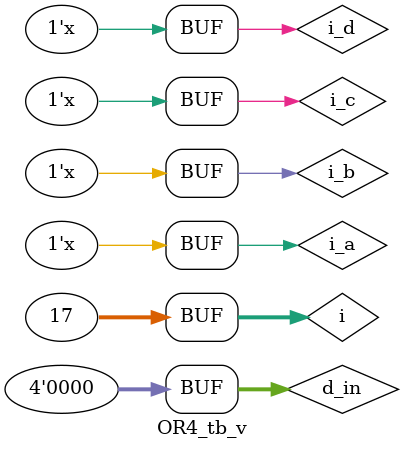
<source format=v>


`timescale 1ms/1ms

module OR4_tb_v;
  wire o_f;
  reg i_a, i_b, i_c, i_d;
  reg [1:4] d_in = 4'b0000;
  integer i;
  
  // duv options: 
  OR4_v__equation   duv (.i_a(i_a), .i_b(i_b), .i_c(i_c), .i_d(i_d), .o_f(o_f)); // port map
  // OR4_v__behavior   duv (.i_a(i_a), .i_b(i_b), .i_c(i_c), .i_d(i_d), .o_f(o_f)); // port map
  // OR4_v__cmpnt_self duv (.i_a(i_a), .i_b(i_b), .i_c(i_c), .i_d(i_d), .o_f(o_f)); // port map



  //procedure statement
  initial begin
      
      for (i = 0 ; i < 17 ; i = i + 1) begin
        #1000 i_a = d_in[1]; i_b = d_in[2]; i_c = d_in[3]; i_d = d_in[4];
        d_in = d_in + 1;
      end
    
    end

endmodule

</source>
